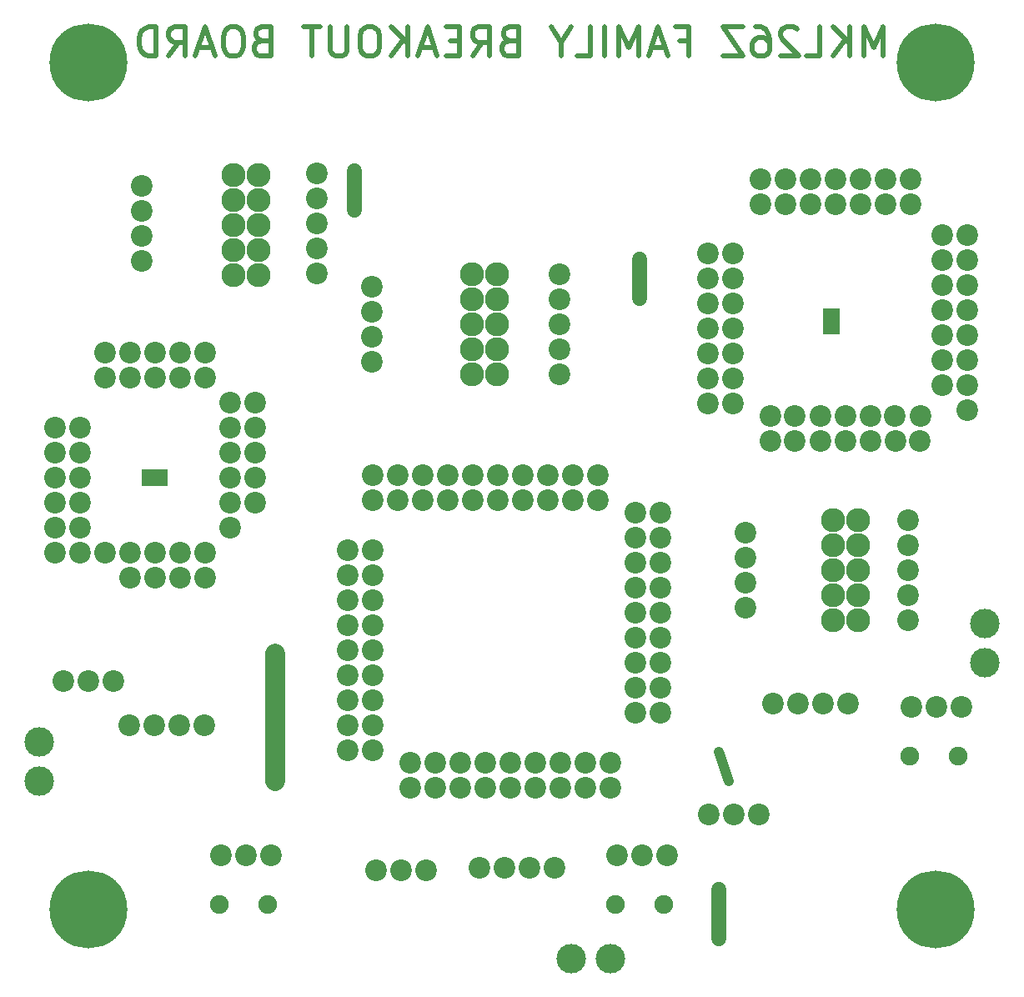
<source format=gbr>
G04 #@! TF.FileFunction,Soldermask,Bot*
%FSLAX46Y46*%
G04 Gerber Fmt 4.6, Leading zero omitted, Abs format (unit mm)*
G04 Created by KiCad (PCBNEW 4.0.7-e2-6376~58~ubuntu16.04.1) date Mon Apr 23 18:14:32 2018*
%MOMM*%
%LPD*%
G01*
G04 APERTURE LIST*
%ADD10C,0.100000*%
%ADD11C,0.500000*%
%ADD12C,1.500000*%
%ADD13C,1.000000*%
%ADD14C,2.000000*%
%ADD15C,3.000000*%
%ADD16C,7.900000*%
%ADD17C,2.200000*%
%ADD18C,1.900000*%
%ADD19C,2.440000*%
%ADD20R,1.670000X1.370000*%
%ADD21R,1.370000X1.670000*%
G04 APERTURE END LIST*
D10*
D11*
X187714285Y-46357143D02*
X187714285Y-43357143D01*
X186714285Y-45500000D01*
X185714285Y-43357143D01*
X185714285Y-46357143D01*
X184285714Y-46357143D02*
X184285714Y-43357143D01*
X182571429Y-46357143D02*
X183857143Y-44642857D01*
X182571429Y-43357143D02*
X184285714Y-45071429D01*
X179857143Y-46357143D02*
X181285714Y-46357143D01*
X181285714Y-43357143D01*
X179000000Y-43642857D02*
X178857143Y-43500000D01*
X178571429Y-43357143D01*
X177857143Y-43357143D01*
X177571429Y-43500000D01*
X177428572Y-43642857D01*
X177285715Y-43928571D01*
X177285715Y-44214286D01*
X177428572Y-44642857D01*
X179142858Y-46357143D01*
X177285715Y-46357143D01*
X174714286Y-43357143D02*
X175285715Y-43357143D01*
X175571429Y-43500000D01*
X175714286Y-43642857D01*
X176000000Y-44071429D01*
X176142857Y-44642857D01*
X176142857Y-45785714D01*
X176000000Y-46071429D01*
X175857143Y-46214286D01*
X175571429Y-46357143D01*
X175000000Y-46357143D01*
X174714286Y-46214286D01*
X174571429Y-46071429D01*
X174428572Y-45785714D01*
X174428572Y-45071429D01*
X174571429Y-44785714D01*
X174714286Y-44642857D01*
X175000000Y-44500000D01*
X175571429Y-44500000D01*
X175857143Y-44642857D01*
X176000000Y-44785714D01*
X176142857Y-45071429D01*
X173428572Y-43357143D02*
X171428572Y-43357143D01*
X173428572Y-46357143D01*
X171428572Y-46357143D01*
X167000000Y-44785714D02*
X168000000Y-44785714D01*
X168000000Y-46357143D02*
X168000000Y-43357143D01*
X166571429Y-43357143D01*
X165571428Y-45500000D02*
X164142857Y-45500000D01*
X165857143Y-46357143D02*
X164857143Y-43357143D01*
X163857143Y-46357143D01*
X162857142Y-46357143D02*
X162857142Y-43357143D01*
X161857142Y-45500000D01*
X160857142Y-43357143D01*
X160857142Y-46357143D01*
X159428571Y-46357143D02*
X159428571Y-43357143D01*
X156571429Y-46357143D02*
X158000000Y-46357143D01*
X158000000Y-43357143D01*
X155000001Y-44928571D02*
X155000001Y-46357143D01*
X156000001Y-43357143D02*
X155000001Y-44928571D01*
X154000001Y-43357143D01*
X149714286Y-44785714D02*
X149285715Y-44928571D01*
X149142858Y-45071429D01*
X149000001Y-45357143D01*
X149000001Y-45785714D01*
X149142858Y-46071429D01*
X149285715Y-46214286D01*
X149571429Y-46357143D01*
X150714286Y-46357143D01*
X150714286Y-43357143D01*
X149714286Y-43357143D01*
X149428572Y-43500000D01*
X149285715Y-43642857D01*
X149142858Y-43928571D01*
X149142858Y-44214286D01*
X149285715Y-44500000D01*
X149428572Y-44642857D01*
X149714286Y-44785714D01*
X150714286Y-44785714D01*
X146000001Y-46357143D02*
X147000001Y-44928571D01*
X147714286Y-46357143D02*
X147714286Y-43357143D01*
X146571429Y-43357143D01*
X146285715Y-43500000D01*
X146142858Y-43642857D01*
X146000001Y-43928571D01*
X146000001Y-44357143D01*
X146142858Y-44642857D01*
X146285715Y-44785714D01*
X146571429Y-44928571D01*
X147714286Y-44928571D01*
X144714286Y-44785714D02*
X143714286Y-44785714D01*
X143285715Y-46357143D02*
X144714286Y-46357143D01*
X144714286Y-43357143D01*
X143285715Y-43357143D01*
X142142857Y-45500000D02*
X140714286Y-45500000D01*
X142428572Y-46357143D02*
X141428572Y-43357143D01*
X140428572Y-46357143D01*
X139428571Y-46357143D02*
X139428571Y-43357143D01*
X137714286Y-46357143D02*
X139000000Y-44642857D01*
X137714286Y-43357143D02*
X139428571Y-45071429D01*
X135857143Y-43357143D02*
X135285714Y-43357143D01*
X135000000Y-43500000D01*
X134714286Y-43785714D01*
X134571428Y-44357143D01*
X134571428Y-45357143D01*
X134714286Y-45928571D01*
X135000000Y-46214286D01*
X135285714Y-46357143D01*
X135857143Y-46357143D01*
X136142857Y-46214286D01*
X136428571Y-45928571D01*
X136571428Y-45357143D01*
X136571428Y-44357143D01*
X136428571Y-43785714D01*
X136142857Y-43500000D01*
X135857143Y-43357143D01*
X133285714Y-43357143D02*
X133285714Y-45785714D01*
X133142857Y-46071429D01*
X133000000Y-46214286D01*
X132714286Y-46357143D01*
X132142857Y-46357143D01*
X131857143Y-46214286D01*
X131714286Y-46071429D01*
X131571429Y-45785714D01*
X131571429Y-43357143D01*
X130571429Y-43357143D02*
X128857143Y-43357143D01*
X129714286Y-46357143D02*
X129714286Y-43357143D01*
X124571429Y-44785714D02*
X124142858Y-44928571D01*
X124000001Y-45071429D01*
X123857144Y-45357143D01*
X123857144Y-45785714D01*
X124000001Y-46071429D01*
X124142858Y-46214286D01*
X124428572Y-46357143D01*
X125571429Y-46357143D01*
X125571429Y-43357143D01*
X124571429Y-43357143D01*
X124285715Y-43500000D01*
X124142858Y-43642857D01*
X124000001Y-43928571D01*
X124000001Y-44214286D01*
X124142858Y-44500000D01*
X124285715Y-44642857D01*
X124571429Y-44785714D01*
X125571429Y-44785714D01*
X122000001Y-43357143D02*
X121428572Y-43357143D01*
X121142858Y-43500000D01*
X120857144Y-43785714D01*
X120714286Y-44357143D01*
X120714286Y-45357143D01*
X120857144Y-45928571D01*
X121142858Y-46214286D01*
X121428572Y-46357143D01*
X122000001Y-46357143D01*
X122285715Y-46214286D01*
X122571429Y-45928571D01*
X122714286Y-45357143D01*
X122714286Y-44357143D01*
X122571429Y-43785714D01*
X122285715Y-43500000D01*
X122000001Y-43357143D01*
X119571429Y-45500000D02*
X118142858Y-45500000D01*
X119857144Y-46357143D02*
X118857144Y-43357143D01*
X117857144Y-46357143D01*
X115142858Y-46357143D02*
X116142858Y-44928571D01*
X116857143Y-46357143D02*
X116857143Y-43357143D01*
X115714286Y-43357143D01*
X115428572Y-43500000D01*
X115285715Y-43642857D01*
X115142858Y-43928571D01*
X115142858Y-44357143D01*
X115285715Y-44642857D01*
X115428572Y-44785714D01*
X115714286Y-44928571D01*
X116857143Y-44928571D01*
X113857143Y-46357143D02*
X113857143Y-43357143D01*
X113142858Y-43357143D01*
X112714286Y-43500000D01*
X112428572Y-43785714D01*
X112285715Y-44071429D01*
X112142858Y-44642857D01*
X112142858Y-45071429D01*
X112285715Y-45642857D01*
X112428572Y-45928571D01*
X112714286Y-46214286D01*
X113142858Y-46357143D01*
X113857143Y-46357143D01*
D12*
X171000000Y-131000000D02*
X171000000Y-136000000D01*
D13*
X171000000Y-117000000D02*
X172000000Y-120000000D01*
D12*
X163000000Y-67000000D02*
X163000000Y-71000000D01*
X134000000Y-58000000D02*
X134000000Y-62000000D01*
D14*
X126000000Y-107000000D02*
X126000000Y-120000000D01*
D15*
X198000000Y-104000000D03*
X160000000Y-138000000D03*
X102000000Y-116000000D03*
X198000000Y-108000000D03*
X156000000Y-138000000D03*
D16*
X192989200Y-132999480D03*
X107015280Y-132999480D03*
X192996820Y-46992540D03*
D17*
X190586360Y-112461040D03*
X193126360Y-112461040D03*
X195666360Y-112461040D03*
D18*
X190405360Y-117464840D03*
X195285360Y-117464840D03*
D17*
X179085240Y-112097820D03*
X176545240Y-112097820D03*
X181625240Y-112097820D03*
X184165240Y-112097820D03*
X175054260Y-123388120D03*
X169974260Y-123388120D03*
X172514260Y-123388120D03*
X136235440Y-129082800D03*
X138775440Y-129082800D03*
X141315440Y-129082800D03*
X154368500Y-128762760D03*
X146748500Y-128762760D03*
X151828500Y-128762760D03*
X149288500Y-128762760D03*
X165798500Y-127492760D03*
X160718500Y-127492760D03*
X163258500Y-127492760D03*
D18*
X160537500Y-132496560D03*
X165417500Y-132496560D03*
D17*
X169887900Y-66347340D03*
X172430440Y-66347340D03*
X103632000Y-94234000D03*
X106117405Y-94234000D03*
X162560000Y-110490000D03*
X158750000Y-88900000D03*
X140970000Y-91440000D03*
X140970000Y-88900000D03*
X160020000Y-120650000D03*
X165100000Y-92710000D03*
D19*
X182600600Y-93456760D03*
X185140600Y-93456760D03*
X182600600Y-95996760D03*
X185140600Y-95996760D03*
X182600600Y-98536760D03*
X185140600Y-98536760D03*
X182600600Y-101076760D03*
X185140600Y-101076760D03*
X182600600Y-103616760D03*
X185140600Y-103616760D03*
D20*
X182435500Y-73954480D03*
X182435500Y-72674480D03*
D19*
X121730524Y-58441198D03*
X124270524Y-58441198D03*
X121730524Y-60981198D03*
X124270524Y-60981198D03*
X121730524Y-63521198D03*
X124270524Y-63521198D03*
X121730524Y-66061198D03*
X124270524Y-66061198D03*
X121730524Y-68601198D03*
X124270524Y-68601198D03*
D21*
X114377405Y-89133798D03*
X113097405Y-89133798D03*
D19*
X145977892Y-68477856D03*
X148517892Y-68477856D03*
X145977892Y-71017856D03*
X148517892Y-71017856D03*
X145977892Y-73557856D03*
X148517892Y-73557856D03*
X145977892Y-76097856D03*
X148517892Y-76097856D03*
X145977892Y-78637856D03*
X148517892Y-78637856D03*
D18*
X120293740Y-132496560D03*
X125173740Y-132496560D03*
D17*
X109567980Y-109847380D03*
X104487980Y-109847380D03*
X113695480Y-114333020D03*
X111155480Y-114333020D03*
X120474740Y-127492760D03*
X125554740Y-127492760D03*
X116235480Y-114333020D03*
X123014740Y-127492760D03*
X107027980Y-109847380D03*
X190220600Y-98536760D03*
X190220600Y-101076760D03*
X190220600Y-95996760D03*
X190220600Y-103616760D03*
X190220600Y-93456760D03*
X173710600Y-94726760D03*
X173710600Y-99806760D03*
X173710600Y-102346760D03*
X172430440Y-81587340D03*
X172430440Y-71427340D03*
X169890440Y-81587340D03*
X169890440Y-76507340D03*
X172430440Y-76507340D03*
X181320440Y-82857340D03*
X193680080Y-69618580D03*
X181320440Y-85397340D03*
X196220080Y-69601080D03*
X183860440Y-82857340D03*
X193680080Y-67078580D03*
X183860440Y-85397340D03*
X196220080Y-67061080D03*
X186400440Y-82857340D03*
X190492380Y-61366400D03*
X190492380Y-58826400D03*
X187952380Y-61366400D03*
X187952380Y-58826400D03*
X188940440Y-85397340D03*
X193680080Y-79761080D03*
X196220080Y-79761080D03*
X193680080Y-77221080D03*
X196220080Y-77221080D03*
X185412380Y-61366400D03*
X193680080Y-74698580D03*
X185412380Y-58826400D03*
X196220080Y-74698580D03*
X182872380Y-61366400D03*
X193680080Y-72141080D03*
X182872380Y-58826400D03*
X196220080Y-72141080D03*
X180332380Y-61366400D03*
X180332380Y-58826400D03*
X177792380Y-61366400D03*
X177792380Y-58826400D03*
X169890440Y-68887340D03*
X172430440Y-68887340D03*
X169890440Y-73967340D03*
X172430440Y-73967340D03*
X178745440Y-82857340D03*
X178745440Y-85397340D03*
X176240440Y-82857340D03*
X176240440Y-85397340D03*
X169890440Y-71427340D03*
X196220080Y-82301080D03*
X188905440Y-82857340D03*
X172430440Y-79047340D03*
X169890440Y-79047340D03*
X130200524Y-63331198D03*
X130200524Y-65871198D03*
X130200524Y-60791198D03*
X130200524Y-68411198D03*
X130200524Y-58251198D03*
X116277405Y-99341299D03*
X123897405Y-84101299D03*
X116277405Y-96801299D03*
X112420524Y-59521198D03*
X112420524Y-64601198D03*
X112420524Y-67141198D03*
X112420524Y-62061198D03*
X121357405Y-91721299D03*
X123897405Y-89181299D03*
X113737405Y-79021299D03*
X121357405Y-89181299D03*
X111197405Y-76481299D03*
X123897405Y-86641299D03*
X111197405Y-79021299D03*
X121357405Y-86641299D03*
X103577405Y-84101299D03*
X106117405Y-86641299D03*
X103577405Y-86641299D03*
X106117405Y-89181299D03*
X118817405Y-76481299D03*
X118817405Y-79021299D03*
X116277405Y-76481299D03*
X116277405Y-79021299D03*
X113737405Y-76481299D03*
X103577405Y-89181299D03*
X106117405Y-91721299D03*
X103577405Y-91721299D03*
X111197405Y-96801299D03*
X113737405Y-99341299D03*
X108657405Y-96801299D03*
X123897405Y-91721299D03*
X113737405Y-96801299D03*
X106117405Y-84101299D03*
X111197405Y-99341299D03*
X121357405Y-94261299D03*
X154867892Y-73557856D03*
X154867892Y-76097856D03*
X154867892Y-71017856D03*
X154867892Y-78637856D03*
X154867892Y-68477856D03*
X135817892Y-69747856D03*
X135817892Y-74827856D03*
X135817892Y-77367856D03*
X160020000Y-118110000D03*
X162560000Y-105410000D03*
X135890000Y-114300000D03*
X165100000Y-97790000D03*
X162560000Y-97790000D03*
X151130000Y-88900000D03*
X133350000Y-109220000D03*
X151130000Y-91440000D03*
X135890000Y-109220000D03*
X148590000Y-88900000D03*
X133350000Y-111760000D03*
X148590000Y-91440000D03*
X135890000Y-111760000D03*
X146050000Y-88900000D03*
X139700000Y-118110000D03*
X146050000Y-91440000D03*
X139700000Y-120650000D03*
X143510000Y-88900000D03*
X142240000Y-118110000D03*
X143510000Y-91440000D03*
X142240000Y-120650000D03*
X138430000Y-91440000D03*
X144780000Y-118110000D03*
X133350000Y-96520000D03*
X144780000Y-120650000D03*
X135890000Y-96520000D03*
X147320000Y-118110000D03*
X147320000Y-120650000D03*
X133350000Y-99060000D03*
X135890000Y-99060000D03*
X149860000Y-118110000D03*
X133350000Y-101600000D03*
X149860000Y-120650000D03*
X135890000Y-101600000D03*
X152400000Y-118110000D03*
X133350000Y-104140000D03*
X152400000Y-120650000D03*
X135890000Y-104140000D03*
X154940000Y-118110000D03*
X133350000Y-106680000D03*
X154940000Y-120650000D03*
X135890000Y-106680000D03*
X157480000Y-118110000D03*
X157480000Y-120650000D03*
X165100000Y-107950000D03*
X162560000Y-107950000D03*
X165100000Y-113030000D03*
X162560000Y-113030000D03*
X165100000Y-102870000D03*
X162560000Y-102870000D03*
X165100000Y-100330000D03*
X162560000Y-100330000D03*
X153670000Y-88900000D03*
X153670000Y-91440000D03*
X158750000Y-91440000D03*
X156210000Y-88900000D03*
X165100000Y-105410000D03*
X156210000Y-91440000D03*
X133350000Y-114300000D03*
X162560000Y-95250000D03*
X165100000Y-95250000D03*
X173710600Y-97266760D03*
X175252380Y-61366400D03*
X193680080Y-64538580D03*
X191480440Y-82857340D03*
X175252380Y-58826400D03*
X186400440Y-85397340D03*
X191445440Y-85397340D03*
X196220080Y-64538580D03*
X121357405Y-81561299D03*
X118817405Y-96801299D03*
X106117405Y-96774000D03*
X108657405Y-79021299D03*
X103632000Y-96774000D03*
X108657405Y-76481299D03*
X118817405Y-99341299D03*
X123897405Y-81561299D03*
X135817892Y-72287856D03*
X162560000Y-92710000D03*
X135890000Y-91440000D03*
X135890000Y-116840000D03*
X165100000Y-110490000D03*
X138430000Y-88900000D03*
X135890000Y-88900000D03*
X133350000Y-116840000D03*
X121357405Y-84101299D03*
X118775480Y-114333020D03*
D16*
X107002580Y-47000160D03*
D15*
X102000000Y-120000000D03*
M02*

</source>
